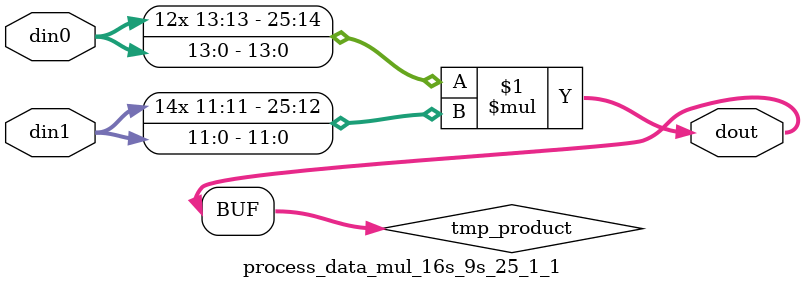
<source format=v>

`timescale 1 ns / 1 ps

  module process_data_mul_16s_9s_25_1_1(din0, din1, dout);
parameter ID = 1;
parameter NUM_STAGE = 0;
parameter din0_WIDTH = 14;
parameter din1_WIDTH = 12;
parameter dout_WIDTH = 26;

input [din0_WIDTH - 1 : 0] din0; 
input [din1_WIDTH - 1 : 0] din1; 
output [dout_WIDTH - 1 : 0] dout;

wire signed [dout_WIDTH - 1 : 0] tmp_product;













assign tmp_product = $signed(din0) * $signed(din1);








assign dout = tmp_product;







endmodule

</source>
